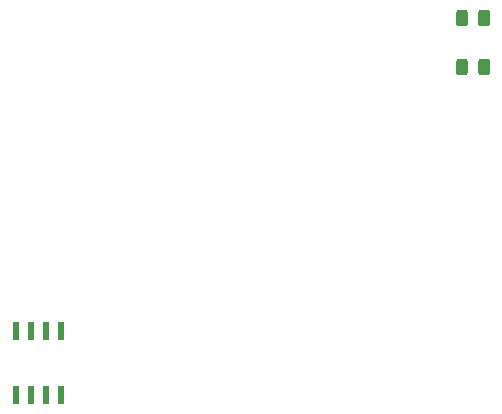
<source format=gbr>
G04 #@! TF.GenerationSoftware,KiCad,Pcbnew,5.0.1-33cea8e~68~ubuntu18.04.1*
G04 #@! TF.CreationDate,2018-11-19T17:19:21-08:00*
G04 #@! TF.ProjectId,Bioreactor,42696F72656163746F722E6B69636164,rev?*
G04 #@! TF.SameCoordinates,Original*
G04 #@! TF.FileFunction,Paste,Top*
G04 #@! TF.FilePolarity,Positive*
%FSLAX46Y46*%
G04 Gerber Fmt 4.6, Leading zero omitted, Abs format (unit mm)*
G04 Created by KiCad (PCBNEW 5.0.1-33cea8e~68~ubuntu18.04.1) date Mon 19 Nov 2018 05:19:21 PM PST*
%MOMM*%
%LPD*%
G01*
G04 APERTURE LIST*
%ADD10C,0.100000*%
%ADD11C,0.975000*%
%ADD12R,0.600000X1.550000*%
G04 APERTURE END LIST*
D10*
G04 #@! TO.C,R1*
G36*
X223455142Y-92011174D02*
X223478803Y-92014684D01*
X223502007Y-92020496D01*
X223524529Y-92028554D01*
X223546153Y-92038782D01*
X223566670Y-92051079D01*
X223585883Y-92065329D01*
X223603607Y-92081393D01*
X223619671Y-92099117D01*
X223633921Y-92118330D01*
X223646218Y-92138847D01*
X223656446Y-92160471D01*
X223664504Y-92182993D01*
X223670316Y-92206197D01*
X223673826Y-92229858D01*
X223675000Y-92253750D01*
X223675000Y-93166250D01*
X223673826Y-93190142D01*
X223670316Y-93213803D01*
X223664504Y-93237007D01*
X223656446Y-93259529D01*
X223646218Y-93281153D01*
X223633921Y-93301670D01*
X223619671Y-93320883D01*
X223603607Y-93338607D01*
X223585883Y-93354671D01*
X223566670Y-93368921D01*
X223546153Y-93381218D01*
X223524529Y-93391446D01*
X223502007Y-93399504D01*
X223478803Y-93405316D01*
X223455142Y-93408826D01*
X223431250Y-93410000D01*
X222943750Y-93410000D01*
X222919858Y-93408826D01*
X222896197Y-93405316D01*
X222872993Y-93399504D01*
X222850471Y-93391446D01*
X222828847Y-93381218D01*
X222808330Y-93368921D01*
X222789117Y-93354671D01*
X222771393Y-93338607D01*
X222755329Y-93320883D01*
X222741079Y-93301670D01*
X222728782Y-93281153D01*
X222718554Y-93259529D01*
X222710496Y-93237007D01*
X222704684Y-93213803D01*
X222701174Y-93190142D01*
X222700000Y-93166250D01*
X222700000Y-92253750D01*
X222701174Y-92229858D01*
X222704684Y-92206197D01*
X222710496Y-92182993D01*
X222718554Y-92160471D01*
X222728782Y-92138847D01*
X222741079Y-92118330D01*
X222755329Y-92099117D01*
X222771393Y-92081393D01*
X222789117Y-92065329D01*
X222808330Y-92051079D01*
X222828847Y-92038782D01*
X222850471Y-92028554D01*
X222872993Y-92020496D01*
X222896197Y-92014684D01*
X222919858Y-92011174D01*
X222943750Y-92010000D01*
X223431250Y-92010000D01*
X223455142Y-92011174D01*
X223455142Y-92011174D01*
G37*
D11*
X223187500Y-92710000D03*
D10*
G36*
X221580142Y-92011174D02*
X221603803Y-92014684D01*
X221627007Y-92020496D01*
X221649529Y-92028554D01*
X221671153Y-92038782D01*
X221691670Y-92051079D01*
X221710883Y-92065329D01*
X221728607Y-92081393D01*
X221744671Y-92099117D01*
X221758921Y-92118330D01*
X221771218Y-92138847D01*
X221781446Y-92160471D01*
X221789504Y-92182993D01*
X221795316Y-92206197D01*
X221798826Y-92229858D01*
X221800000Y-92253750D01*
X221800000Y-93166250D01*
X221798826Y-93190142D01*
X221795316Y-93213803D01*
X221789504Y-93237007D01*
X221781446Y-93259529D01*
X221771218Y-93281153D01*
X221758921Y-93301670D01*
X221744671Y-93320883D01*
X221728607Y-93338607D01*
X221710883Y-93354671D01*
X221691670Y-93368921D01*
X221671153Y-93381218D01*
X221649529Y-93391446D01*
X221627007Y-93399504D01*
X221603803Y-93405316D01*
X221580142Y-93408826D01*
X221556250Y-93410000D01*
X221068750Y-93410000D01*
X221044858Y-93408826D01*
X221021197Y-93405316D01*
X220997993Y-93399504D01*
X220975471Y-93391446D01*
X220953847Y-93381218D01*
X220933330Y-93368921D01*
X220914117Y-93354671D01*
X220896393Y-93338607D01*
X220880329Y-93320883D01*
X220866079Y-93301670D01*
X220853782Y-93281153D01*
X220843554Y-93259529D01*
X220835496Y-93237007D01*
X220829684Y-93213803D01*
X220826174Y-93190142D01*
X220825000Y-93166250D01*
X220825000Y-92253750D01*
X220826174Y-92229858D01*
X220829684Y-92206197D01*
X220835496Y-92182993D01*
X220843554Y-92160471D01*
X220853782Y-92138847D01*
X220866079Y-92118330D01*
X220880329Y-92099117D01*
X220896393Y-92081393D01*
X220914117Y-92065329D01*
X220933330Y-92051079D01*
X220953847Y-92038782D01*
X220975471Y-92028554D01*
X220997993Y-92020496D01*
X221021197Y-92014684D01*
X221044858Y-92011174D01*
X221068750Y-92010000D01*
X221556250Y-92010000D01*
X221580142Y-92011174D01*
X221580142Y-92011174D01*
G37*
D11*
X221312500Y-92710000D03*
G04 #@! TD*
D10*
G04 #@! TO.C,R2*
G36*
X221580142Y-96153674D02*
X221603803Y-96157184D01*
X221627007Y-96162996D01*
X221649529Y-96171054D01*
X221671153Y-96181282D01*
X221691670Y-96193579D01*
X221710883Y-96207829D01*
X221728607Y-96223893D01*
X221744671Y-96241617D01*
X221758921Y-96260830D01*
X221771218Y-96281347D01*
X221781446Y-96302971D01*
X221789504Y-96325493D01*
X221795316Y-96348697D01*
X221798826Y-96372358D01*
X221800000Y-96396250D01*
X221800000Y-97308750D01*
X221798826Y-97332642D01*
X221795316Y-97356303D01*
X221789504Y-97379507D01*
X221781446Y-97402029D01*
X221771218Y-97423653D01*
X221758921Y-97444170D01*
X221744671Y-97463383D01*
X221728607Y-97481107D01*
X221710883Y-97497171D01*
X221691670Y-97511421D01*
X221671153Y-97523718D01*
X221649529Y-97533946D01*
X221627007Y-97542004D01*
X221603803Y-97547816D01*
X221580142Y-97551326D01*
X221556250Y-97552500D01*
X221068750Y-97552500D01*
X221044858Y-97551326D01*
X221021197Y-97547816D01*
X220997993Y-97542004D01*
X220975471Y-97533946D01*
X220953847Y-97523718D01*
X220933330Y-97511421D01*
X220914117Y-97497171D01*
X220896393Y-97481107D01*
X220880329Y-97463383D01*
X220866079Y-97444170D01*
X220853782Y-97423653D01*
X220843554Y-97402029D01*
X220835496Y-97379507D01*
X220829684Y-97356303D01*
X220826174Y-97332642D01*
X220825000Y-97308750D01*
X220825000Y-96396250D01*
X220826174Y-96372358D01*
X220829684Y-96348697D01*
X220835496Y-96325493D01*
X220843554Y-96302971D01*
X220853782Y-96281347D01*
X220866079Y-96260830D01*
X220880329Y-96241617D01*
X220896393Y-96223893D01*
X220914117Y-96207829D01*
X220933330Y-96193579D01*
X220953847Y-96181282D01*
X220975471Y-96171054D01*
X220997993Y-96162996D01*
X221021197Y-96157184D01*
X221044858Y-96153674D01*
X221068750Y-96152500D01*
X221556250Y-96152500D01*
X221580142Y-96153674D01*
X221580142Y-96153674D01*
G37*
D11*
X221312500Y-96852500D03*
D10*
G36*
X223455142Y-96153674D02*
X223478803Y-96157184D01*
X223502007Y-96162996D01*
X223524529Y-96171054D01*
X223546153Y-96181282D01*
X223566670Y-96193579D01*
X223585883Y-96207829D01*
X223603607Y-96223893D01*
X223619671Y-96241617D01*
X223633921Y-96260830D01*
X223646218Y-96281347D01*
X223656446Y-96302971D01*
X223664504Y-96325493D01*
X223670316Y-96348697D01*
X223673826Y-96372358D01*
X223675000Y-96396250D01*
X223675000Y-97308750D01*
X223673826Y-97332642D01*
X223670316Y-97356303D01*
X223664504Y-97379507D01*
X223656446Y-97402029D01*
X223646218Y-97423653D01*
X223633921Y-97444170D01*
X223619671Y-97463383D01*
X223603607Y-97481107D01*
X223585883Y-97497171D01*
X223566670Y-97511421D01*
X223546153Y-97523718D01*
X223524529Y-97533946D01*
X223502007Y-97542004D01*
X223478803Y-97547816D01*
X223455142Y-97551326D01*
X223431250Y-97552500D01*
X222943750Y-97552500D01*
X222919858Y-97551326D01*
X222896197Y-97547816D01*
X222872993Y-97542004D01*
X222850471Y-97533946D01*
X222828847Y-97523718D01*
X222808330Y-97511421D01*
X222789117Y-97497171D01*
X222771393Y-97481107D01*
X222755329Y-97463383D01*
X222741079Y-97444170D01*
X222728782Y-97423653D01*
X222718554Y-97402029D01*
X222710496Y-97379507D01*
X222704684Y-97356303D01*
X222701174Y-97332642D01*
X222700000Y-97308750D01*
X222700000Y-96396250D01*
X222701174Y-96372358D01*
X222704684Y-96348697D01*
X222710496Y-96325493D01*
X222718554Y-96302971D01*
X222728782Y-96281347D01*
X222741079Y-96260830D01*
X222755329Y-96241617D01*
X222771393Y-96223893D01*
X222789117Y-96207829D01*
X222808330Y-96193579D01*
X222828847Y-96181282D01*
X222850471Y-96171054D01*
X222872993Y-96162996D01*
X222896197Y-96157184D01*
X222919858Y-96153674D01*
X222943750Y-96152500D01*
X223431250Y-96152500D01*
X223455142Y-96153674D01*
X223455142Y-96153674D01*
G37*
D11*
X223187500Y-96852500D03*
G04 #@! TD*
D12*
G04 #@! TO.C,U2*
X183515000Y-124620000D03*
X184785000Y-124620000D03*
X186055000Y-124620000D03*
X187325000Y-124620000D03*
X187325000Y-119220000D03*
X186055000Y-119220000D03*
X184785000Y-119220000D03*
X183515000Y-119220000D03*
G04 #@! TD*
M02*

</source>
